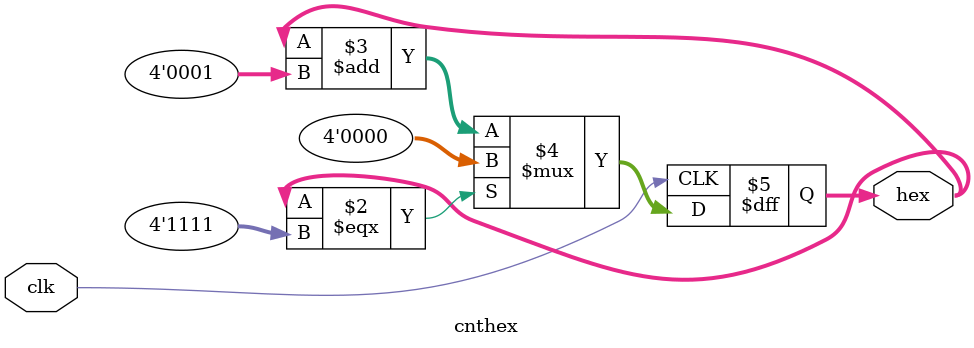
<source format=v>
module cnthex( input wire clk, output reg [3:0]hex);

always @(posedge clk)
begin
	hex <= (hex === 4'hf) ? 4'h0 : hex + 4'h1;
end

endmodule
</source>
